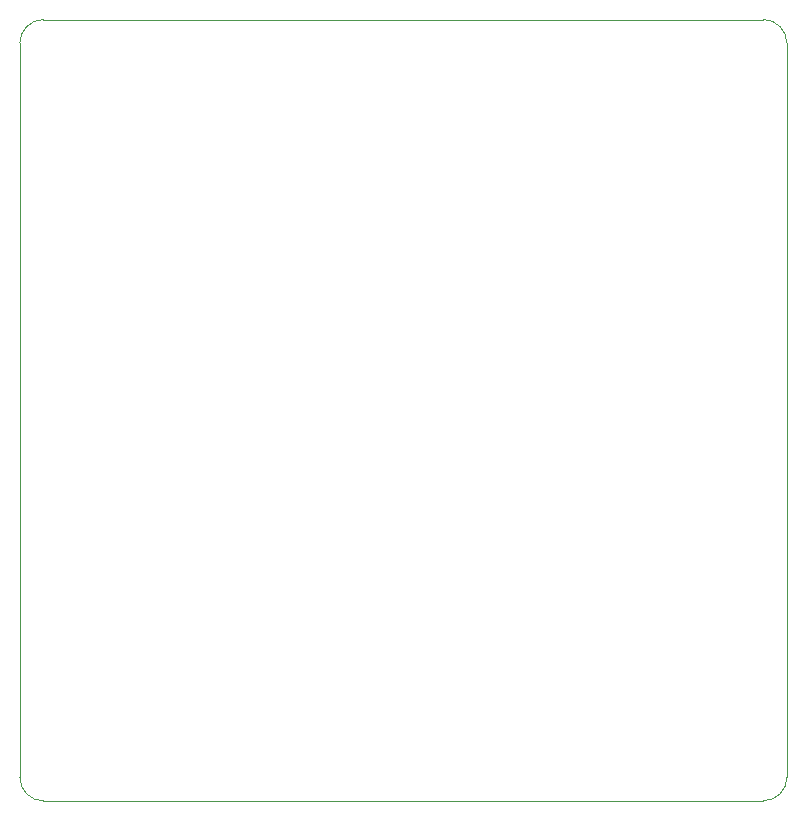
<source format=gm1>
%TF.GenerationSoftware,KiCad,Pcbnew,7.0.7*%
%TF.CreationDate,2023-10-17T10:26:18-07:00*%
%TF.ProjectId,dev-board,6465762d-626f-4617-9264-2e6b69636164,rev?*%
%TF.SameCoordinates,Original*%
%TF.FileFunction,Profile,NP*%
%FSLAX46Y46*%
G04 Gerber Fmt 4.6, Leading zero omitted, Abs format (unit mm)*
G04 Created by KiCad (PCBNEW 7.0.7) date 2023-10-17 10:26:18*
%MOMM*%
%LPD*%
G01*
G04 APERTURE LIST*
%TA.AperFunction,Profile*%
%ADD10C,0.100000*%
%TD*%
G04 APERTURE END LIST*
D10*
X194600000Y-50800000D02*
X194600000Y-112950000D01*
X129650000Y-112950000D02*
G75*
G03*
X131650000Y-114950000I2000000J0D01*
G01*
X131650000Y-48800000D02*
G75*
G03*
X129650000Y-50800000I0J-2000000D01*
G01*
X192600000Y-114950000D02*
G75*
G03*
X194600000Y-112950000I0J2000000D01*
G01*
X131650000Y-48800000D02*
X192600000Y-48800000D01*
X129650000Y-112950000D02*
X129650000Y-50800000D01*
X192600000Y-114950000D02*
X131650000Y-114950000D01*
X194600000Y-50800000D02*
G75*
G03*
X192600000Y-48800000I-2000000J0D01*
G01*
M02*

</source>
